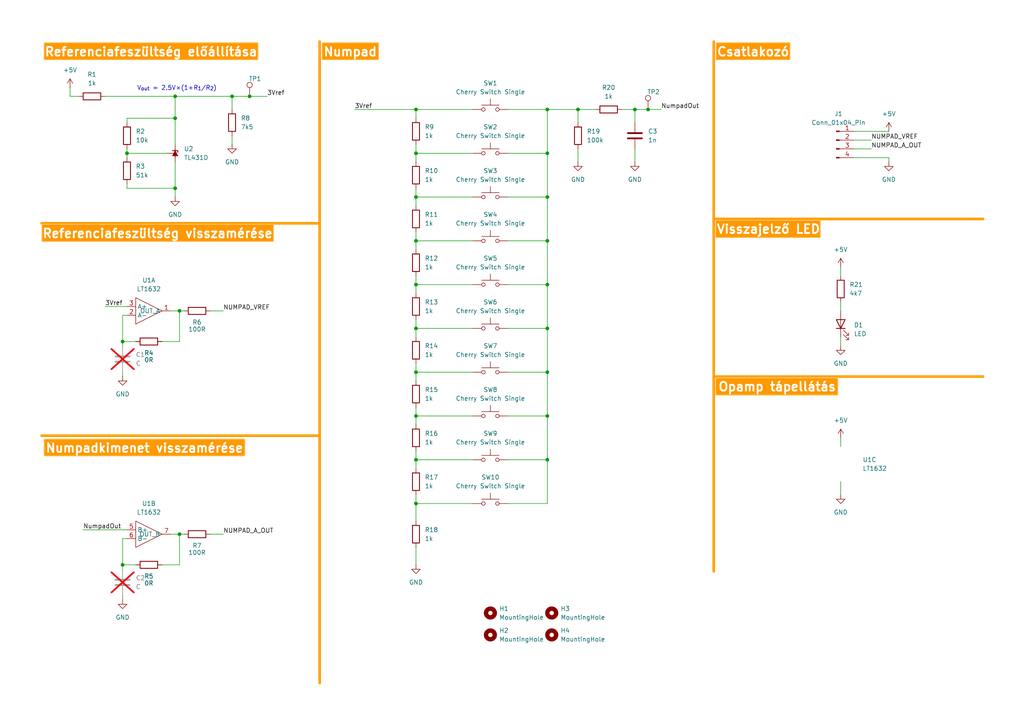
<source format=kicad_sch>
(kicad_sch (version 20250114) (generator "eeschema") (generator_version "9.0")
  (paper "A4")
  (title_block (title "Numerikus billentyűzet"))
  (lib_symbols
    (symbol "Connector:Conn_01x04_Pin" (pin_names (offset 1.016) (hide yes))
      (property "Reference" "J" (at 0 5.08 0))
      (property "Value" "Conn_01x04_Pin" (at 0 -7.62 0))
      (symbol "Conn_01x04_Pin_1_1"
        (rectangle (start 0.8636 2.667) (end 0 2.413) (stroke (width 0.1524)) (fill (type outline)))
        (rectangle (start 0.8636 0.127) (end 0 -0.127) (stroke (width 0.1524)) (fill (type outline)))
        (rectangle (start 0.8636 -2.413) (end 0 -2.667) (stroke (width 0.1524)) (fill (type outline)))
        (rectangle (start 0.8636 -4.953) (end 0 -5.207) (stroke (width 0.1524)) (fill (type outline)))
        (polyline (pts (xy 1.27 2.54) (xy 0.8636 2.54)) (stroke (width 0.1524)))
        (polyline (pts (xy 1.27 0) (xy 0.8636 0)) (stroke (width 0.1524)))
        (polyline (pts (xy 1.27 -2.54) (xy 0.8636 -2.54)) (stroke (width 0.1524)))
        (polyline (pts (xy 1.27 -5.08) (xy 0.8636 -5.08)) (stroke (width 0.1524)))
        (pin passive line (at 5.08 2.54 180) (length 3.81) (name "Pin_1") (number "1"))
        (pin passive line (at 5.08 0 180) (length 3.81) (name "Pin_2") (number "2"))
        (pin passive line (at 5.08 -2.54 180) (length 3.81) (name "Pin_3") (number "3"))
        (pin passive line (at 5.08 -5.08 180) (length 3.81) (name "Pin_4") (number "4"))
      )
    )
    (symbol "Connector:TestPoint" (pin_numbers (hide yes)) (pin_names (offset 0.762) (hide yes))
      (property "Reference" "TP" (at 0 6.858 0))
      (property "Value" "TestPoint" (at 0 5.08 0))
      (symbol "TestPoint_0_1"
        (circle (center 0 3.302) (radius 0.762))
      )
      (symbol "TestPoint_1_1"
        (pin passive line (at 0 0 90) (length 2.54) (name "1") (number "1"))
      )
    )
    (symbol "Device:C" (pin_numbers (hide yes)) (pin_names (offset 0.254))
      (property "Reference" "C" (at 0.635 2.54 0))
      (property "Value" "C" (at 0.635 -2.54 0))
      (symbol "C_0_1"
        (polyline (pts (xy -2.032 0.762) (xy 2.032 0.762)) (stroke (width 0.508)))
        (polyline (pts (xy -2.032 -0.762) (xy 2.032 -0.762)) (stroke (width 0.508)))
      )
      (symbol "C_1_1"
        (pin passive line (at 0 3.81 270) (length 2.794) (name "~") (number "1"))
        (pin passive line (at 0 -3.81 90) (length 2.794) (name "~") (number "2"))
      )
    )
    (symbol "Device:LED" (pin_numbers (hide yes)) (pin_names (offset 1.016) (hide yes))
      (property "Reference" "D" (at 0 2.54 0))
      (property "Value" "LED" (at 0 -2.54 0))
      (symbol "LED_0_1"
        (polyline (pts (xy -3.048 -0.762) (xy -4.572 -2.286) (xy -3.81 -2.286) (xy -4.572 -2.286) (xy -4.572 -1.524)))
        (polyline (pts (xy -1.778 -0.762) (xy -3.302 -2.286) (xy -2.54 -2.286) (xy -3.302 -2.286) (xy -3.302 -1.524)))
        (polyline (pts (xy -1.27 0) (xy 1.27 0)))
        (polyline (pts (xy -1.27 -1.27) (xy -1.27 1.27)) (stroke (width 0.254)))
        (polyline (pts (xy 1.27 -1.27) (xy 1.27 1.27) (xy -1.27 0) (xy 1.27 -1.27)) (stroke (width 0.254)))
      )
      (symbol "LED_1_1"
        (pin passive line (at -3.81 0 0) (length 2.54) (name "K") (number "1"))
        (pin passive line (at 3.81 0 180) (length 2.54) (name "A") (number "2"))
      )
    )
    (symbol "Device:R" (pin_numbers (hide yes)) (pin_names (offset 0))
      (property "Reference" "R" (at 2.032 0 90))
      (property "Value" "R" (at 0 0 90))
      (symbol "R_0_1"
        (rectangle (start -1.016 -2.54) (end 1.016 2.54) (stroke (width 0.254)))
      )
      (symbol "R_1_1"
        (pin passive line (at 0 3.81 270) (length 1.27) (name "~") (number "1"))
        (pin passive line (at 0 -3.81 90) (length 1.27) (name "~") (number "2"))
      )
    )
    (symbol "LT1632_1"
      (property "Reference" "U" (at 0.508 9.144 0))
      (property "Value" "LT1632" (at 0 0 0))
      (symbol "LT1632_1_1_1"
        (polyline (pts (xy 0 0) (xy 7.62 3.81) (xy 0 7.62) (xy 0 0)))
        (pin input line (at -2.54 5.08 0) (length 2.54) (name "A+") (number "3"))
        (pin input line (at -2.54 2.54 0) (length 2.54) (name "A-") (number "2"))
        (pin output line (at 10.16 3.81 180) (length 2.54) (name "OUT_A") (number "1"))
      )
      (symbol "LT1632_1_2_1"
        (polyline (pts (xy 0 0) (xy 7.62 3.81) (xy 0 7.62) (xy 0 0)))
        (pin input line (at -2.54 5.08 0) (length 2.54) (name "B+") (number "5"))
        (pin input line (at -2.54 2.54 0) (length 2.54) (name "B-") (number "6"))
        (pin output line (at 10.16 3.81 180) (length 2.54) (name "OUT_B") (number "7"))
      )
      (symbol "LT1632_1_3_1"
        (pin power_in line (at 2.54 8.89 270) (length 2.54) (hide yes) (name "V+") (number "8"))
        (pin power_in line (at 2.54 -1.27 90) (length 2.54) (hide yes) (name "V-") (number "4"))
      )
    )
    (symbol "Mechanical:MountingHole" (pin_names (offset 1.016)) (in_bom no)
      (property "Reference" "H" (at 0 5.08 0))
      (property "Value" "MountingHole" (at 0 3.175 0))
      (symbol "MountingHole_0_1"
        (circle (center 0 0) (radius 1.27) (stroke (width 1.27)))
      )
    )
    (symbol "Reference_Voltage:TL431D" (pin_numbers (hide yes)) (pin_names (hide yes))
      (property "Reference" "U" (at 0 -2.54 0))
      (property "Value" "TL431D" (at 0 -4.445 0))
      (symbol "TL431D_0_1"
        (polyline (pts (xy -1.27 0) (xy 0 0) (xy 1.27 0)))
        (polyline (pts (xy -0.762 -0.762) (xy -0.762 0.762) (xy -0.762 0.762) (xy 0.762 0) (xy -0.762 -0.762)) (fill (type outline)))
        (polyline (pts (xy 0.254 -0.762) (xy 0.762 -0.762) (xy 0.762 0.762) (xy 0.762 0.762)) (stroke (width 0.254)))
      )
      (symbol "TL431D_1_1"
        (polyline (pts (xy 0 1.27) (xy 0 0)))
        (pin passive line (at -2.54 0 0) (length 2.54) (name "A") (number "2"))
        (pin passive line (at -2.54 0 0) (length 2.54) (hide yes) (name "A") (number "3"))
        (pin passive line (at -2.54 0 0) (length 2.54) (hide yes) (name "A") (number "6"))
        (pin passive line (at -2.54 0 0) (length 2.54) (hide yes) (name "A") (number "7"))
        (pin passive line (at 0 2.54 270) (length 2.54) (name "REF") (number "8"))
        (pin passive line (at 2.54 0 180) (length 2.54) (name "K") (number "1"))
      )
    )
    (symbol "Switch:SW_Push" (pin_numbers (hide yes)) (pin_names (offset 1.016) (hide yes))
      (property "Reference" "SW" (at 1.27 2.54 0))
      (property "Value" "SW_Push" (at 0 -1.524 0))
      (symbol "SW_Push_0_1"
        (circle (center -2.032 0) (radius 0.508))
        (polyline (pts (xy 0 1.27) (xy 0 3.048)))
        (circle (center 2.032 0) (radius 0.508))
        (polyline (pts (xy 2.54 1.27) (xy -2.54 1.27)))
        (pin passive line (at -5.08 0 0) (length 2.54) (name "1") (number "1"))
        (pin passive line (at 5.08 0 180) (length 2.54) (name "2") (number "2"))
      )
    )
    (symbol "SymbolLib:LT1632"
      (property "Reference" "U" (at 0.508 9.144 0))
      (property "Value" "LT1632" (at 0 0 0))
      (symbol "LT1632_1_1"
        (polyline (pts (xy 0 0) (xy 7.62 3.81) (xy 0 7.62) (xy 0 0)))
        (pin input line (at -2.54 5.08 0) (length 2.54) (name "A+") (number "3"))
        (pin input line (at -2.54 2.54 0) (length 2.54) (name "A-") (number "2"))
        (pin output line (at 10.16 3.81 180) (length 2.54) (name "OUT_A") (number "1"))
      )
      (symbol "LT1632_2_1"
        (polyline (pts (xy 0 0) (xy 7.62 3.81) (xy 0 7.62) (xy 0 0)))
        (pin input line (at -2.54 5.08 0) (length 2.54) (name "B+") (number "5"))
        (pin input line (at -2.54 2.54 0) (length 2.54) (name "B-") (number "6"))
        (pin output line (at 10.16 3.81 180) (length 2.54) (name "OUT_B") (number "7"))
      )
      (symbol "LT1632_3_1"
        (polyline (pts (xy 0 0) (xy 7.62 3.81) (xy 0 7.62) (xy 0 0)))
        (pin power_in line (at 2.54 8.89 270) (length 2.54) (hide yes) (name "V+") (number "8"))
        (pin power_in line (at 2.54 -1.27 90) (length 2.54) (hide yes) (name "V-") (number "4"))
      )
    )
    (symbol "power:+5V" (power) (pin_numbers (hide yes)) (pin_names (offset 0) (hide yes))
      (property "Value" "+5V" (at 0 3.556 0))
      (symbol "+5V_0_1"
        (polyline (pts (xy -0.762 1.27) (xy 0 2.54)))
        (polyline (pts (xy 0 2.54) (xy 0.762 1.27)))
        (polyline (pts (xy 0 0) (xy 0 2.54)))
      )
      (symbol "+5V_1_1"
        (pin power_in line (at 0 0 90) (length 0) (name "~") (number "1"))
      )
    )
    (symbol "power:GND" (power) (pin_numbers (hide yes)) (pin_names (offset 0) (hide yes))
      (property "Value" "GND" (at 0 -3.81 0))
      (symbol "GND_0_1"
        (polyline (pts (xy 0 0) (xy 0 -1.27) (xy 1.27 -1.27) (xy 0 -2.54) (xy -1.27 -1.27) (xy 0 -1.27)))
      )
      (symbol "GND_1_1"
        (pin power_in line (at 0 0 270) (length 0) (name "~") (number "1"))
      )
    )
  )
  (rectangle (start 207.645 12.319) (end 229.2349 17.399) (stroke (width 0) (color 255 229 191 1)) (fill (type color) (color 255 153 0 1)))
  (rectangle (start 12.065 65.024) (end 79.3749 70.104) (stroke (width 0) (color 255 229 191 1)) (fill (type color) (color 255 153 0 1)))
  (rectangle (start 207.518 109.601) (end 243.0779 114.681) (stroke (width 0) (color 255 229 191 1)) (fill (type color) (color 255 153 0 1)))
  (rectangle (start 207.518 63.881) (end 237.9979 68.961) (stroke (width 0) (color 255 229 191 1)) (fill (type color) (color 255 153 0 1)))
  (rectangle (start 12.7 127.254) (end 71.1199 132.334) (stroke (width 0) (color 255 229 191 1)) (fill (type color) (color 255 153 0 1)))
  (rectangle (start 93.345 12.319) (end 109.8549 17.399) (stroke (width 0) (color 255 229 191 1)) (fill (type color) (color 255 153 0 1)))
  (rectangle (start 12.7 12.319) (end 74.9299 17.399) (stroke (width 0) (color 255 229 191 1)) (fill (type color) (color 255 153 0 1)))
  (text "Visszajelző LED\n" (at 222.885 66.675 0) (effects (font (size 2.54 2.54) (thickness 0.508) (bold yes))))
  (text "Referenciafeszültség előállítása" (at 43.815 15.24 0) (effects (font (size 2.54 2.54) (thickness 0.508) (bold yes))))
  (text "Referenciafeszültség visszamérése" (at 45.72 67.945 0) (effects (font (size 2.54 2.54) (thickness 0.508) (bold yes))))
  (text "Numpadkimenet visszamérése" (at 41.91 130.175 0) (effects (font (size 2.54 2.54) (thickness 0.508) (bold yes))))
  (text "Numpad" (at 101.6 15.24 0) (effects (font (size 2.54 2.54) (thickness 0.508) (bold yes))))
  (text "V_{out} = 2.5V×(1+R_{1}/R_{2})" (exclude_from_sim yes) (at 51.308 25.654 0) (effects (font (size 1.27 1.27))))
  (text "Csatlakozó" (at 218.44 15.24 0) (effects (font (size 2.54 2.54) (thickness 0.508) (bold yes))))
  (text "Opamp tápellátás" (at 225.425 112.395 0) (effects (font (size 2.54 2.54) (thickness 0.508) (bold yes))))
  (junction (at 35.56 163.83))
  (junction (at 50.8 34.29))
  (junction (at 120.65 133.35))
  (junction (at 120.65 82.55))
  (junction (at 120.65 44.45))
  (junction (at 158.75 120.65))
  (junction (at 120.65 120.65))
  (junction (at 50.8 54.61))
  (junction (at 158.75 107.95))
  (junction (at 158.75 95.25))
  (junction (at 120.65 146.05))
  (junction (at 120.65 95.25))
  (junction (at 158.75 69.85))
  (junction (at 158.75 44.45))
  (junction (at 158.75 57.15))
  (junction (at 52.07 154.94))
  (junction (at 187.96 31.75))
  (junction (at 120.65 57.15))
  (junction (at 52.07 90.17))
  (junction (at 158.75 31.75))
  (junction (at 167.64 31.75))
  (junction (at 35.56 99.06))
  (junction (at 158.75 82.55))
  (junction (at 120.65 31.75))
  (junction (at 50.8 27.94))
  (junction (at 72.39 27.94))
  (junction (at 120.65 107.95))
  (junction (at 158.75 133.35))
  (junction (at 67.31 27.94))
  (junction (at 120.65 69.85))
  (junction (at 184.15 31.75))
  (junction (at 36.83 44.45))
  (wire (pts (xy 35.56 99.06) (xy 39.37 99.06)))
  (wire (pts (xy 120.65 67.31) (xy 120.65 69.85)))
  (wire (pts (xy 147.32 31.75) (xy 158.75 31.75)))
  (wire (pts (xy 184.15 31.75) (xy 187.96 31.75)))
  (polyline (pts (xy 92.71 12.065) (xy 92.71 198.12)) (stroke (width 0.762) (type solid) (color 255 153 0 1)))
  (wire (pts (xy 187.96 31.75) (xy 191.77 31.75)))
  (wire (pts (xy 243.84 87.63) (xy 243.84 90.17)))
  (wire (pts (xy 247.65 45.72) (xy 257.81 45.72)))
  (wire (pts (xy 102.87 31.75) (xy 120.65 31.75)))
  (wire (pts (xy 36.83 43.18) (xy 36.83 44.45)))
  (wire (pts (xy 50.8 46.99) (xy 50.8 54.61)))
  (wire (pts (xy 60.96 90.17) (xy 64.77 90.17)))
  (wire (pts (xy 120.65 146.05) (xy 120.65 151.13)))
  (wire (pts (xy 35.56 172.72) (xy 35.56 173.99)))
  (polyline (pts (xy 207.01 12.065) (xy 207.01 165.735)) (stroke (width 0.762) (type solid) (color 255 153 0 1)))
  (wire (pts (xy 158.75 31.75) (xy 158.75 44.45)))
  (wire (pts (xy 167.64 43.18) (xy 167.64 46.99)))
  (wire (pts (xy 147.32 133.35) (xy 158.75 133.35)))
  (wire (pts (xy 120.65 130.81) (xy 120.65 133.35)))
  (wire (pts (xy 36.83 34.29) (xy 50.8 34.29)))
  (polyline (pts (xy 207.01 109.22) (xy 285.115 109.22)) (stroke (width 0.762) (type solid) (color 255 153 0 1)))
  (wire (pts (xy 167.64 31.75) (xy 167.64 35.56)))
  (wire (pts (xy 167.64 31.75) (xy 172.72 31.75)))
  (polyline (pts (xy 12.065 64.77) (xy 92.71 64.77)) (stroke (width 0.762) (type solid) (color 255 153 0 1)))
  (wire (pts (xy 20.32 25.4) (xy 20.32 27.94)))
  (wire (pts (xy 120.65 92.71) (xy 120.65 95.25)))
  (wire (pts (xy 120.65 120.65) (xy 137.16 120.65)))
  (wire (pts (xy 35.56 107.95) (xy 35.56 109.22)))
  (wire (pts (xy 147.32 120.65) (xy 158.75 120.65)))
  (wire (pts (xy 120.65 107.95) (xy 137.16 107.95)))
  (polyline (pts (xy 12.065 126.365) (xy 92.71 126.365)) (stroke (width 0.762) (type solid) (color 255 153 0 1)))
  (wire (pts (xy 50.8 27.94) (xy 67.31 27.94)))
  (wire (pts (xy 120.65 57.15) (xy 120.65 59.69)))
  (wire (pts (xy 67.31 39.37) (xy 67.31 41.91)))
  (wire (pts (xy 35.56 156.21) (xy 35.56 163.83)))
  (wire (pts (xy 30.48 88.9) (xy 36.83 88.9)))
  (wire (pts (xy 52.07 163.83) (xy 52.07 154.94)))
  (wire (pts (xy 158.75 133.35) (xy 158.75 120.65)))
  (wire (pts (xy 120.65 82.55) (xy 137.16 82.55)))
  (wire (pts (xy 257.81 45.72) (xy 257.81 46.99)))
  (wire (pts (xy 120.65 31.75) (xy 120.65 34.29)))
  (wire (pts (xy 52.07 90.17) (xy 53.34 90.17)))
  (wire (pts (xy 50.8 27.94) (xy 50.8 34.29)))
  (wire (pts (xy 243.84 77.47) (xy 243.84 80.01)))
  (wire (pts (xy 158.75 57.15) (xy 158.75 44.45)))
  (wire (pts (xy 36.83 44.45) (xy 48.26 44.45)))
  (wire (pts (xy 120.65 57.15) (xy 137.16 57.15)))
  (wire (pts (xy 24.13 153.67) (xy 36.83 153.67)))
  (wire (pts (xy 184.15 31.75) (xy 184.15 35.56)))
  (wire (pts (xy 60.96 154.94) (xy 64.77 154.94)))
  (wire (pts (xy 52.07 154.94) (xy 53.34 154.94)))
  (wire (pts (xy 120.65 95.25) (xy 137.16 95.25)))
  (wire (pts (xy 147.32 146.05) (xy 158.75 146.05)))
  (wire (pts (xy 137.16 69.85) (xy 120.65 69.85)))
  (wire (pts (xy 147.32 107.95) (xy 158.75 107.95)))
  (wire (pts (xy 36.83 44.45) (xy 36.83 45.72)))
  (wire (pts (xy 147.32 82.55) (xy 158.75 82.55)))
  (wire (pts (xy 158.75 31.75) (xy 167.64 31.75)))
  (wire (pts (xy 120.65 146.05) (xy 137.16 146.05)))
  (wire (pts (xy 36.83 35.56) (xy 36.83 34.29)))
  (wire (pts (xy 120.65 143.51) (xy 120.65 146.05)))
  (wire (pts (xy 50.8 54.61) (xy 50.8 57.15)))
  (wire (pts (xy 36.83 53.34) (xy 36.83 54.61)))
  (wire (pts (xy 120.65 69.85) (xy 120.65 72.39)))
  (wire (pts (xy 67.31 27.94) (xy 67.31 31.75)))
  (wire (pts (xy 243.84 127) (xy 243.84 129.54)))
  (wire (pts (xy 35.56 163.83) (xy 35.56 165.1)))
  (wire (pts (xy 120.65 31.75) (xy 137.16 31.75)))
  (wire (pts (xy 247.65 40.64) (xy 252.73 40.64)))
  (wire (pts (xy 120.65 118.11) (xy 120.65 120.65)))
  (wire (pts (xy 120.65 80.01) (xy 120.65 82.55)))
  (wire (pts (xy 147.32 95.25) (xy 158.75 95.25)))
  (wire (pts (xy 247.65 43.18) (xy 252.73 43.18)))
  (wire (pts (xy 120.65 120.65) (xy 120.65 123.19)))
  (wire (pts (xy 120.65 82.55) (xy 120.65 85.09)))
  (wire (pts (xy 180.34 31.75) (xy 184.15 31.75)))
  (wire (pts (xy 247.65 38.1) (xy 257.81 38.1)))
  (wire (pts (xy 243.84 139.7) (xy 243.84 143.51)))
  (wire (pts (xy 67.31 27.94) (xy 72.39 27.94)))
  (wire (pts (xy 120.65 54.61) (xy 120.65 57.15)))
  (wire (pts (xy 120.65 107.95) (xy 120.65 110.49)))
  (polyline (pts (xy 207.01 63.5) (xy 285.115 63.5)) (stroke (width 0.762) (type solid) (color 255 153 0 1)))
  (wire (pts (xy 120.65 133.35) (xy 137.16 133.35)))
  (wire (pts (xy 35.56 91.44) (xy 35.56 99.06)))
  (wire (pts (xy 120.65 105.41) (xy 120.65 107.95)))
  (wire (pts (xy 72.39 27.94) (xy 77.47 27.94)))
  (wire (pts (xy 120.65 95.25) (xy 120.65 97.79)))
  (wire (pts (xy 147.32 69.85) (xy 158.75 69.85)))
  (wire (pts (xy 46.99 99.06) (xy 52.07 99.06)))
  (wire (pts (xy 147.32 57.15) (xy 158.75 57.15)))
  (wire (pts (xy 158.75 146.05) (xy 158.75 133.35)))
  (wire (pts (xy 120.65 133.35) (xy 120.65 135.89)))
  (wire (pts (xy 50.8 54.61) (xy 36.83 54.61)))
  (wire (pts (xy 243.84 97.79) (xy 243.84 100.33)))
  (wire (pts (xy 120.65 44.45) (xy 120.65 46.99)))
  (wire (pts (xy 20.32 27.94) (xy 22.86 27.94)))
  (wire (pts (xy 158.75 69.85) (xy 158.75 57.15)))
  (wire (pts (xy 46.99 163.83) (xy 52.07 163.83)))
  (wire (pts (xy 120.65 158.75) (xy 120.65 163.83)))
  (wire (pts (xy 52.07 99.06) (xy 52.07 90.17)))
  (wire (pts (xy 184.15 43.18) (xy 184.15 46.99)))
  (wire (pts (xy 52.07 154.94) (xy 49.53 154.94)))
  (wire (pts (xy 36.83 91.44) (xy 35.56 91.44)))
  (wire (pts (xy 158.75 107.95) (xy 158.75 95.25)))
  (wire (pts (xy 120.65 41.91) (xy 120.65 44.45)))
  (wire (pts (xy 158.75 120.65) (xy 158.75 107.95)))
  (wire (pts (xy 36.83 156.21) (xy 35.56 156.21)))
  (wire (pts (xy 50.8 34.29) (xy 50.8 41.91)))
  (wire (pts (xy 35.56 99.06) (xy 35.56 100.33)))
  (wire (pts (xy 158.75 95.25) (xy 158.75 82.55)))
  (wire (pts (xy 120.65 44.45) (xy 137.16 44.45)))
  (wire (pts (xy 52.07 90.17) (xy 49.53 90.17)))
  (wire (pts (xy 158.75 82.55) (xy 158.75 69.85)))
  (wire (pts (xy 35.56 163.83) (xy 39.37 163.83)))
  (wire (pts (xy 30.48 27.94) (xy 50.8 27.94)))
  (wire (pts (xy 147.32 44.45) (xy 158.75 44.45)))
  (label "NUMPAD_A_OUT" (at 252.73 43.18 0))
  (label "3Vref" (at 77.47 27.94 0))
  (label "NUMPAD_VREF" (at 252.73 40.64 0))
  (label "NumpadOut" (at 24.13 153.67 0))
  (label "NUMPAD_VREF" (at 64.77 90.17 0))
  (label "3Vref" (at 30.48 88.9 0))
  (label "NUMPAD_A_OUT" (at 64.77 154.94 0))
  (label "NumpadOut" (at 191.77 31.75 0))
  (label "3Vref" (at 102.87 31.75 0))
  (symbol (lib_id "Device:R") (at 57.15 154.94 90) (unit 1)
    (property "Reference" "R7" (at 57.15 158.242 90))
    (property "Value" "100R" (at 57.15 160.274 90))
    (property "Footprint" "Resistor_SMD:R_0603_1608Metric" (effects (hide yes)))
    (property "Description" "Resistor" (effects (hide yes)))
  )
  (symbol (lib_id "Connector:TestPoint") (at 187.96 31.75 0) (unit 1)
    (property "Reference" "TP2" (at 187.706 26.67 0) (effects (justify left)))
    (property "Value" "TestPoint" (effects (hide yes)))
    (property "Footprint" "TestPoint:TestPoint_Pad_D2.0mm" (effects (hide yes)))
    (property "Description" "test point" (effects (hide yes)))
  )
  (symbol (lib_id "Device:R") (at 120.65 101.6 0) (unit 1)
    (property "Reference" "R14" (at 123.19 100.3299 0) (effects (justify left)))
    (property "Value" "1k" (at 123.19 102.8699 0) (effects (justify left)))
    (property "Footprint" "Resistor_SMD:R_0603_1608Metric" (effects (hide yes)))
    (property "Description" "Resistor" (effects (hide yes)))
  )
  (symbol (lib_id "Switch:SW_Push") (at 142.24 120.65 0) (unit 1)
    (property "Reference" "SW8" (at 142.24 113.03 0))
    (property "Value" "Cherry Switch Single" (at 142.24 115.57 0))
    (property "Footprint" "ComponentLib:SW_Cherry_MX_1.00u_PCB" (effects (hide yes)))
    (property "Description" "Push button switch, generic, two pins" (effects (hide yes)))
  )
  (symbol (lib_id "Device:R") (at 67.31 35.56 0) (unit 1)
    (property "Reference" "R8" (at 69.85 34.2899 0) (effects (justify left)))
    (property "Value" "7k5" (at 69.85 36.8299 0) (effects (justify left)))
    (property "Footprint" "Resistor_SMD:R_0603_1608Metric" (effects (hide yes)))
    (property "Description" "Resistor" (effects (hide yes)))
  )
  (symbol (lib_id "Mechanical:MountingHole") (at 160.02 177.8 0) (unit 1) (in_bom no)
    (property "Reference" "H3" (at 162.56 176.5299 0) (effects (justify left)))
    (property "Value" "MountingHole" (at 162.56 179.0699 0) (effects (justify left)))
    (property "Footprint" "MountingHole:MountingHole_3.2mm_M3" (effects (hide yes)))
    (property "Description" "Mounting Hole without connection" (effects (hide yes)))
  )
  (symbol (lib_id "Device:R") (at 120.65 139.7 0) (unit 1)
    (property "Reference" "R17" (at 123.19 138.4299 0) (effects (justify left)))
    (property "Value" "1k" (at 123.19 140.9699 0) (effects (justify left)))
    (property "Footprint" "Resistor_SMD:R_0603_1608Metric" (effects (hide yes)))
    (property "Description" "Resistor" (effects (hide yes)))
  )
  (symbol (lib_id "Device:C") (at 35.56 104.14 0) (unit 1) (dnp yes)
    (property "Reference" "C1" (at 39.37 102.8699 0) (effects (justify left)))
    (property "Value" "C" (at 39.37 105.4099 0) (effects (justify left)))
    (property "Footprint" "Capacitor_SMD:C_0603_1608Metric_Pad1.08x0.95mm_HandSolder" (effects (hide yes)))
    (property "Description" "Unpolarized capacitor" (effects (hide yes)))
  )
  (symbol (lib_id "Switch:SW_Push") (at 142.24 107.95 0) (unit 1)
    (property "Reference" "SW7" (at 142.24 100.33 0))
    (property "Value" "Cherry Switch Single" (at 142.24 102.87 0))
    (property "Footprint" "ComponentLib:SW_Cherry_MX_1.00u_PCB" (effects (hide yes)))
    (property "Description" "Push button switch, generic, two pins" (effects (hide yes)))
  )
  (symbol (lib_id "Device:R") (at 26.67 27.94 90) (unit 1)
    (property "Reference" "R1" (at 26.67 21.59 90))
    (property "Value" "1k" (at 26.67 24.13 90))
    (property "Footprint" "Resistor_SMD:R_0603_1608Metric" (effects (hide yes)))
    (property "Description" "Resistor" (effects (hide yes)))
  )
  (symbol (lib_id "power:GND") (at 243.84 143.51 0) (unit 1)
    (property "Reference" "#PWR012" (effects (hide yes)))
    (property "Value" "GND" (at 243.84 148.59 0))
    (property "Description" "Power symbol creates a global label with name \"GND\" , ground" (effects (hide yes)))
  )
  (symbol (lib_id "power:GND") (at 35.56 109.22 0) (unit 1)
    (property "Reference" "#PWR02" (effects (hide yes)))
    (property "Value" "GND" (at 35.56 114.3 0))
    (property "Description" "Power symbol creates a global label with name \"GND\" , ground" (effects (hide yes)))
  )
  (symbol (lib_id "power:+5V") (at 243.84 127 0) (unit 1)
    (property "Reference" "#PWR011" (effects (hide yes)))
    (property "Value" "+5V" (at 243.84 121.92 0))
    (property "Description" "Power symbol creates a global label with name \"+5V\"" (effects (hide yes)))
  )
  (symbol (lib_id "power:GND") (at 67.31 41.91 0) (unit 1)
    (property "Reference" "#PWR05" (effects (hide yes)))
    (property "Value" "GND" (at 67.31 46.99 0))
    (property "Description" "Power symbol creates a global label with name \"GND\" , ground" (effects (hide yes)))
  )
  (symbol (lib_id "Switch:SW_Push") (at 142.24 69.85 0) (unit 1)
    (property "Reference" "SW4" (at 142.24 62.23 0))
    (property "Value" "Cherry Switch Single" (at 142.24 64.77 0))
    (property "Footprint" "ComponentLib:SW_Cherry_MX_1.00u_PCB" (effects (hide yes)))
    (property "Description" "Push button switch, generic, two pins" (effects (hide yes)))
  )
  (symbol (lib_id "Device:C") (at 184.15 39.37 0) (unit 1)
    (property "Reference" "C3" (at 187.96 38.0999 0) (effects (justify left)))
    (property "Value" "1n" (at 187.96 40.6399 0) (effects (justify left)))
    (property "Footprint" "Capacitor_SMD:C_0603_1608Metric" (effects (hide yes)))
    (property "Description" "Unpolarized capacitor" (effects (hide yes)))
  )
  (symbol (lib_id "SymbolLib:LT1632") (at 39.37 158.75 0) (unit 2)
    (property "Reference" "U1" (at 43.18 146.05 0))
    (property "Value" "LT1632" (at 43.18 148.59 0))
    (property "Footprint" "Package_SO:SOIC-8_3.9x4.9mm_P1.27mm" (effects (hide yes)))
    (property "Datasheet" "https://www.analog.com/media/en/technical-documentation/data-sheets/16323fs.pdf" (effects (hide yes)))
    (property "Description" "Precision Op Amps" (effects (hide yes)))
  )
  (symbol (lib_id "Device:R") (at 120.65 154.94 0) (unit 1)
    (property "Reference" "R18" (at 123.19 153.6699 0) (effects (justify left)))
    (property "Value" "1k" (at 123.19 156.2099 0) (effects (justify left)))
    (property "Footprint" "Resistor_SMD:R_0603_1608Metric" (effects (hide yes)))
    (property "Description" "Resistor" (effects (hide yes)))
  )
  (symbol (lib_id "power:GND") (at 50.8 57.15 0) (unit 1)
    (property "Reference" "#PWR04" (effects (hide yes)))
    (property "Value" "GND" (at 50.8 62.23 0))
    (property "Description" "Power symbol creates a global label with name \"GND\" , ground" (effects (hide yes)))
  )
  (symbol (lib_id "Reference_Voltage:TL431D") (at 50.8 44.45 90) (unit 1)
    (property "Reference" "U2" (at 53.34 43.1799 90) (effects (justify right)))
    (property "Value" "TL431D" (at 53.34 45.7199 90) (effects (justify right)))
    (property "Footprint" "Package_SO:SOIC-8_3.9x4.9mm_P1.27mm" (effects (hide yes)))
    (property "Datasheet" "http://www.ti.com/lit/ds/symlink/tl431.pdf" (effects (hide yes)))
    (property "Description" "Shunt Regulator, SO-8" (effects (hide yes)))
  )
  (symbol (lib_id "Device:R") (at 176.53 31.75 90) (unit 1)
    (property "Reference" "R20" (at 176.53 25.4 90))
    (property "Value" "1k" (at 176.53 27.94 90))
    (property "Footprint" "Resistor_SMD:R_0603_1608Metric" (effects (hide yes)))
    (property "Description" "Resistor" (effects (hide yes)))
  )
  (symbol (lib_id "Device:R") (at 120.65 88.9 0) (unit 1)
    (property "Reference" "R13" (at 123.19 87.6299 0) (effects (justify left)))
    (property "Value" "1k" (at 123.19 90.1699 0) (effects (justify left)))
    (property "Footprint" "Resistor_SMD:R_0603_1608Metric" (effects (hide yes)))
    (property "Description" "Resistor" (effects (hide yes)))
  )
  (symbol (lib_id "power:GND") (at 35.56 173.99 0) (unit 1)
    (property "Reference" "#PWR03" (effects (hide yes)))
    (property "Value" "GND" (at 35.56 179.07 0))
    (property "Description" "Power symbol creates a global label with name \"GND\" , ground" (effects (hide yes)))
  )
  (symbol (lib_id "Connector:TestPoint") (at 72.39 27.94 0) (unit 1)
    (property "Reference" "TP1" (at 72.136 22.86 0) (effects (justify left)))
    (property "Value" "TestPoint" (effects (hide yes)))
    (property "Footprint" "TestPoint:TestPoint_Pad_D2.0mm" (effects (hide yes)))
    (property "Description" "test point" (effects (hide yes)))
  )
  (symbol (lib_id "power:GND") (at 243.84 100.33 0) (unit 1)
    (property "Reference" "#PWR010" (effects (hide yes)))
    (property "Value" "GND" (at 243.84 105.41 0))
    (property "Description" "Power symbol creates a global label with name \"GND\" , ground" (effects (hide yes)))
  )
  (symbol (lib_id "Switch:SW_Push") (at 142.24 133.35 0) (unit 1)
    (property "Reference" "SW9" (at 142.24 125.73 0))
    (property "Value" "Cherry Switch Single" (at 142.24 128.27 0))
    (property "Footprint" "ComponentLib:SW_Cherry_MX_1.00u_PCB" (effects (hide yes)))
    (property "Description" "Push button switch, generic, two pins" (effects (hide yes)))
  )
  (symbol (lib_id "power:GND") (at 167.64 46.99 0) (unit 1)
    (property "Reference" "#PWR07" (effects (hide yes)))
    (property "Value" "GND" (at 167.64 52.07 0))
    (property "Description" "Power symbol creates a global label with name \"GND\" , ground" (effects (hide yes)))
  )
  (symbol (lib_id "Device:R") (at 43.18 163.83 90) (unit 1)
    (property "Reference" "R5" (at 43.18 167.132 90))
    (property "Value" "0R" (at 43.18 169.164 90))
    (property "Footprint" "Resistor_SMD:R_0603_1608Metric" (effects (hide yes)))
    (property "Description" "Resistor" (effects (hide yes)))
  )
  (symbol (lib_id "Device:R") (at 43.18 99.06 90) (unit 1)
    (property "Reference" "R4" (at 43.18 102.362 90))
    (property "Value" "0R" (at 43.18 104.394 90))
    (property "Footprint" "Resistor_SMD:R_0603_1608Metric" (effects (hide yes)))
    (property "Description" "Resistor" (effects (hide yes)))
  )
  (symbol (lib_id "Mechanical:MountingHole") (at 142.24 184.15 0) (unit 1) (in_bom no)
    (property "Reference" "H2" (at 144.78 182.8799 0) (effects (justify left)))
    (property "Value" "MountingHole" (at 144.78 185.4199 0) (effects (justify left)))
    (property "Footprint" "MountingHole:MountingHole_3.2mm_M3" (effects (hide yes)))
    (property "Description" "Mounting Hole without connection" (effects (hide yes)))
  )
  (symbol (lib_id "Device:R") (at 36.83 39.37 0) (unit 1)
    (property "Reference" "R2" (at 39.37 38.0999 0) (effects (justify left)))
    (property "Value" "10k" (at 39.37 40.6399 0) (effects (justify left)))
    (property "Footprint" "Resistor_SMD:R_0603_1608Metric" (effects (hide yes)))
    (property "Description" "Resistor" (effects (hide yes)))
  )
  (symbol (lib_name "LT1632_1") (lib_id "SymbolLib:LT1632") (at 241.3 138.43 0) (unit 3)
    (property "Reference" "U1" (at 250.19 133.3499 0) (effects (justify left)))
    (property "Value" "LT1632" (at 250.19 135.8899 0) (effects (justify left)))
    (property "Footprint" "Package_SO:SOIC-8_3.9x4.9mm_P1.27mm" (effects (hide yes)))
    (property "Datasheet" "https://www.analog.com/media/en/technical-documentation/data-sheets/16323fs.pdf" (effects (hide yes)))
    (property "Description" "Precision Op Amps" (effects (hide yes)))
  )
  (symbol (lib_id "power:+5V") (at 257.81 38.1 0) (unit 1)
    (property "Reference" "#PWR013" (effects (hide yes)))
    (property "Value" "+5V" (at 257.81 33.02 0))
    (property "Description" "Power symbol creates a global label with name \"+5V\"" (effects (hide yes)))
  )
  (symbol (lib_id "Device:R") (at 167.64 39.37 0) (unit 1)
    (property "Reference" "R19" (at 170.18 38.0999 0) (effects (justify left)))
    (property "Value" "100k" (at 170.18 40.6399 0) (effects (justify left)))
    (property "Footprint" "Resistor_SMD:R_0603_1608Metric" (effects (hide yes)))
    (property "Description" "Resistor" (effects (hide yes)))
  )
  (symbol (lib_id "power:GND") (at 120.65 163.83 0) (unit 1)
    (property "Reference" "#PWR06" (effects (hide yes)))
    (property "Value" "GND" (at 120.65 168.91 0))
    (property "Description" "Power symbol creates a global label with name \"GND\" , ground" (effects (hide yes)))
  )
  (symbol (lib_id "Device:LED") (at 243.84 93.98 90) (unit 1)
    (property "Reference" "D1" (at 247.65 94.2974 90) (effects (justify right)))
    (property "Value" "LED" (at 247.65 96.8374 90) (effects (justify right)))
    (property "Footprint" "Diode_SMD:D_0603_1608Metric" (effects (hide yes)))
    (property "Description" "Light emitting diode" (effects (hide yes)))
    (property "Sim.Pins" "1=K 2=A" (effects (hide yes)))
  )
  (symbol (lib_id "Device:R") (at 120.65 114.3 0) (unit 1)
    (property "Reference" "R15" (at 123.19 113.0299 0) (effects (justify left)))
    (property "Value" "1k" (at 123.19 115.5699 0) (effects (justify left)))
    (property "Footprint" "Resistor_SMD:R_0603_1608Metric" (effects (hide yes)))
    (property "Description" "Resistor" (effects (hide yes)))
  )
  (symbol (lib_id "Device:R") (at 57.15 90.17 90) (unit 1)
    (property "Reference" "R6" (at 57.15 93.472 90))
    (property "Value" "100R" (at 57.15 95.504 90))
    (property "Footprint" "Resistor_SMD:R_0603_1608Metric" (effects (hide yes)))
    (property "Description" "Resistor" (effects (hide yes)))
  )
  (symbol (lib_id "Mechanical:MountingHole") (at 142.24 177.8 0) (unit 1) (in_bom no)
    (property "Reference" "H1" (at 144.78 176.5299 0) (effects (justify left)))
    (property "Value" "MountingHole" (at 144.78 179.0699 0) (effects (justify left)))
    (property "Footprint" "MountingHole:MountingHole_3.2mm_M3" (effects (hide yes)))
    (property "Description" "Mounting Hole without connection" (effects (hide yes)))
  )
  (symbol (lib_id "Device:R") (at 120.65 38.1 0) (unit 1)
    (property "Reference" "R9" (at 123.19 36.8299 0) (effects (justify left)))
    (property "Value" "1k" (at 123.19 39.3699 0) (effects (justify left)))
    (property "Footprint" "Resistor_SMD:R_0603_1608Metric" (effects (hide yes)))
    (property "Description" "Resistor" (effects (hide yes)))
  )
  (symbol (lib_id "Device:R") (at 120.65 63.5 0) (unit 1)
    (property "Reference" "R11" (at 123.19 62.2299 0) (effects (justify left)))
    (property "Value" "1k" (at 123.19 64.7699 0) (effects (justify left)))
    (property "Footprint" "Resistor_SMD:R_0603_1608Metric" (effects (hide yes)))
    (property "Description" "Resistor" (effects (hide yes)))
  )
  (symbol (lib_id "Device:R") (at 243.84 83.82 0) (unit 1)
    (property "Reference" "R21" (at 246.38 82.5499 0) (effects (justify left)))
    (property "Value" "4k7" (at 246.38 85.0899 0) (effects (justify left)))
    (property "Footprint" "Resistor_SMD:R_0603_1608Metric" (effects (hide yes)))
    (property "Description" "Resistor" (effects (hide yes)))
  )
  (symbol (lib_id "Switch:SW_Push") (at 142.24 146.05 0) (unit 1)
    (property "Reference" "SW10" (at 142.24 138.43 0))
    (property "Value" "Cherry Switch Single" (at 142.24 140.97 0))
    (property "Footprint" "ComponentLib:SW_Cherry_MX_1.00u_PCB" (effects (hide yes)))
    (property "Description" "Push button switch, generic, two pins" (effects (hide yes)))
  )
  (symbol (lib_id "power:+5V") (at 20.32 25.4 0) (unit 1)
    (property "Reference" "#PWR01" (effects (hide yes)))
    (property "Value" "+5V" (at 20.32 20.32 0))
    (property "Description" "Power symbol creates a global label with name \"+5V\"" (effects (hide yes)))
  )
  (symbol (lib_id "Switch:SW_Push") (at 142.24 57.15 0) (unit 1)
    (property "Reference" "SW3" (at 142.24 49.53 0))
    (property "Value" "Cherry Switch Single" (at 142.24 52.07 0))
    (property "Footprint" "ComponentLib:SW_Cherry_MX_1.00u_PCB" (effects (hide yes)))
    (property "Description" "Push button switch, generic, two pins" (effects (hide yes)))
  )
  (symbol (lib_id "Device:R") (at 120.65 127 0) (unit 1)
    (property "Reference" "R16" (at 123.19 125.7299 0) (effects (justify left)))
    (property "Value" "1k" (at 123.19 128.2699 0) (effects (justify left)))
    (property "Footprint" "Resistor_SMD:R_0603_1608Metric" (effects (hide yes)))
    (property "Description" "Resistor" (effects (hide yes)))
  )
  (symbol (lib_id "Switch:SW_Push") (at 142.24 82.55 0) (unit 1)
    (property "Reference" "SW5" (at 142.24 74.93 0))
    (property "Value" "Cherry Switch Single" (at 142.24 77.47 0))
    (property "Footprint" "ComponentLib:SW_Cherry_MX_1.00u_PCB" (effects (hide yes)))
    (property "Description" "Push button switch, generic, two pins" (effects (hide yes)))
  )
  (symbol (lib_id "Device:R") (at 120.65 76.2 0) (unit 1)
    (property "Reference" "R12" (at 123.19 74.9299 0) (effects (justify left)))
    (property "Value" "1k" (at 123.19 77.4699 0) (effects (justify left)))
    (property "Footprint" "Resistor_SMD:R_0603_1608Metric" (effects (hide yes)))
    (property "Description" "Resistor" (effects (hide yes)))
  )
  (symbol (lib_id "Device:C") (at 35.56 168.91 0) (unit 1) (dnp yes)
    (property "Reference" "C2" (at 39.37 167.6399 0) (effects (justify left)))
    (property "Value" "C" (at 39.37 170.1799 0) (effects (justify left)))
    (property "Footprint" "Capacitor_SMD:C_0603_1608Metric_Pad1.08x0.95mm_HandSolder" (effects (hide yes)))
    (property "Description" "Unpolarized capacitor" (effects (hide yes)))
  )
  (symbol (lib_id "power:GND") (at 184.15 46.99 0) (unit 1)
    (property "Reference" "#PWR08" (effects (hide yes)))
    (property "Value" "GND" (at 184.15 52.07 0))
    (property "Description" "Power symbol creates a global label with name \"GND\" , ground" (effects (hide yes)))
  )
  (symbol (lib_id "power:GND") (at 257.81 46.99 0) (unit 1)
    (property "Reference" "#PWR014" (effects (hide yes)))
    (property "Value" "GND" (at 257.81 52.07 0))
    (property "Description" "Power symbol creates a global label with name \"GND\" , ground" (effects (hide yes)))
  )
  (symbol (lib_id "Switch:SW_Push") (at 142.24 44.45 0) (unit 1)
    (property "Reference" "SW2" (at 142.24 36.83 0))
    (property "Value" "Cherry Switch Single" (at 142.24 39.37 0))
    (property "Footprint" "ComponentLib:SW_Cherry_MX_1.00u_PCB" (effects (hide yes)))
    (property "Description" "Push button switch, generic, two pins" (effects (hide yes)))
  )
  (symbol (lib_id "Switch:SW_Push") (at 142.24 95.25 0) (unit 1)
    (property "Reference" "SW6" (at 142.24 87.63 0))
    (property "Value" "Cherry Switch Single" (at 142.24 90.17 0))
    (property "Footprint" "ComponentLib:SW_Cherry_MX_1.00u_PCB" (effects (hide yes)))
    (property "Description" "Push button switch, generic, two pins" (effects (hide yes)))
  )
  (symbol (lib_id "Device:R") (at 120.65 50.8 0) (unit 1)
    (property "Reference" "R10" (at 123.19 49.5299 0) (effects (justify left)))
    (property "Value" "1k" (at 123.19 52.0699 0) (effects (justify left)))
    (property "Footprint" "Resistor_SMD:R_0603_1608Metric" (effects (hide yes)))
    (property "Description" "Resistor" (effects (hide yes)))
  )
  (symbol (lib_id "power:+5V") (at 243.84 77.47 0) (unit 1)
    (property "Reference" "#PWR09" (effects (hide yes)))
    (property "Value" "+5V" (at 243.84 72.39 0))
    (property "Description" "Power symbol creates a global label with name \"+5V\"" (effects (hide yes)))
  )
  (symbol (lib_id "SymbolLib:LT1632") (at 39.37 93.98 0) (unit 1)
    (property "Reference" "U1" (at 43.18 81.28 0))
    (property "Value" "LT1632" (at 43.18 83.82 0))
    (property "Footprint" "Package_SO:SOIC-8_3.9x4.9mm_P1.27mm" (effects (hide yes)))
    (property "Datasheet" "https://www.analog.com/media/en/technical-documentation/data-sheets/16323fs.pdf" (effects (hide yes)))
    (property "Description" "Precision Op Amps" (effects (hide yes)))
  )
  (symbol (lib_id "Device:R") (at 36.83 49.53 0) (unit 1)
    (property "Reference" "R3" (at 39.37 48.2599 0) (effects (justify left)))
    (property "Value" "51k" (at 39.37 50.7999 0) (effects (justify left)))
    (property "Footprint" "Resistor_SMD:R_0603_1608Metric" (effects (hide yes)))
    (property "Description" "Resistor" (effects (hide yes)))
  )
  (symbol (lib_id "Switch:SW_Push") (at 142.24 31.75 0) (unit 1)
    (property "Reference" "SW1" (at 142.24 24.13 0))
    (property "Value" "Cherry Switch Single" (at 142.24 26.67 0))
    (property "Footprint" "ComponentLib:SW_Cherry_MX_1.00u_PCB" (effects (hide yes)))
    (property "Description" "Push button switch, generic, two pins" (effects (hide yes)))
  )
  (symbol (lib_id "Mechanical:MountingHole") (at 160.02 184.15 0) (unit 1) (in_bom no)
    (property "Reference" "H4" (at 162.56 182.8799 0) (effects (justify left)))
    (property "Value" "MountingHole" (at 162.56 185.4199 0) (effects (justify left)))
    (property "Footprint" "MountingHole:MountingHole_3.2mm_M3" (effects (hide yes)))
    (property "Description" "Mounting Hole without connection" (effects (hide yes)))
  )
  (symbol (lib_id "Connector:Conn_01x04_Pin") (at 242.57 40.64 0) (unit 1)
    (property "Reference" "J1" (at 243.205 33.02 0))
    (property "Value" "Conn_01x04_Pin" (at 243.205 35.56 0))
    (property "Footprint" "Connector_JST:JST_PH_B4B-PH-K_1x04_P2.00mm_Vertical" (effects (hide yes)))
    (property "Description" "Generic connector, single row, 01x04, script generated" (effects (hide yes)))
  )
)
</source>
